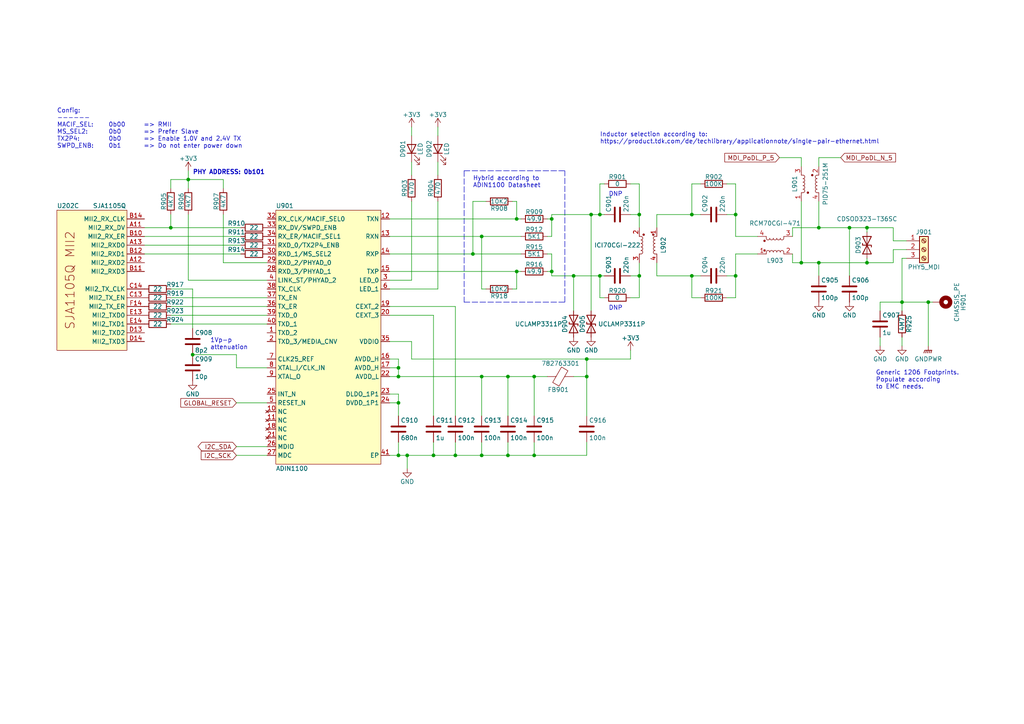
<source format=kicad_sch>
(kicad_sch (version 20211123) (generator eeschema)
  (paper "A4")
  (title_block (title "Open Hardware 10Base-T1L Switch") (date "2023-04-07") (rev "REV A") (company "Peter Heinrich") (comment 1 "Open Hardware License CERN-OHL-P v2") (comment 2 "https://github.com/peterheinrich/Open_10Base-T1L_Switch"))
  (lib_symbols
    (symbol "ADIN1100:ADIN1100"
      (property "Reference" "U" (at 0 1.27 0))
      (property "Value" "ADIN1100" (at 0 -74.93 0))
      (symbol "ADIN1100_1_1"
        (pin input line (at -2.54 -35.56 0) (length 2.54) (name "TXD_2") (number "1"))
        (pin no_connect line (at -2.54 -58.42 0) (length 2.54) (name "NC") (number "10"))
        (pin no_connect line (at -2.54 -60.96 0) (length 2.54) (name "NC") (number "11"))
        (pin bidirectional line (at 33.02 -2.54 180) (length 2.54) (name "TXN") (number "12"))
        (pin bidirectional line (at 33.02 -7.62 180) (length 2.54) (name "RXN") (number "13"))
        (pin bidirectional line (at 33.02 -12.7 180) (length 2.54) (name "RXP") (number "14"))
        (pin bidirectional line (at 33.02 -17.78 180) (length 2.54) (name "TXP") (number "15"))
        (pin power_in line (at 33.02 -43.18 180) (length 2.54) (name "AVDD_H") (number "16"))
        (pin power_in line (at 33.02 -45.72 180) (length 2.54) (name "AVDD_H") (number "17"))
        (pin no_connect line (at -2.54 -63.5 0) (length 2.54) (name "NC") (number "18"))
        (pin input line (at 33.02 -27.94 180) (length 2.54) (name "CEXT_2") (number "19"))
        (pin input line (at -2.54 -38.1 0) (length 2.54) (name "TXD_3/MEDIA_CNV") (number "2"))
        (pin input line (at 33.02 -30.48 180) (length 2.54) (name "CEXT_3") (number "20"))
        (pin no_connect line (at -2.54 -66.04 0) (length 2.54) (name "NC") (number "21"))
        (pin power_in line (at 33.02 -48.26 180) (length 2.54) (name "AVDD_L") (number "22"))
        (pin power_in line (at 33.02 -53.34 180) (length 2.54) (name "DLDO_1P1") (number "23"))
        (pin power_in line (at 33.02 -55.88 180) (length 2.54) (name "DVDD_1P1") (number "24"))
        (pin output line (at -2.54 -53.34 0) (length 2.54) (name "INT_N") (number "25"))
        (pin bidirectional line (at -2.54 -68.58 0) (length 2.54) (name "MDIO") (number "26"))
        (pin input line (at -2.54 -71.12 0) (length 2.54) (name "MDC") (number "27"))
        (pin output line (at -2.54 -17.78 0) (length 2.54) (name "RXD_3/PHYAD_1") (number "28"))
        (pin output line (at -2.54 -15.24 0) (length 2.54) (name "RXD_2/PHYAD_0") (number "29"))
        (pin output line (at 33.02 -20.32 180) (length 2.54) (name "LED_0") (number "3"))
        (pin output line (at -2.54 -12.7 0) (length 2.54) (name "RXD_1/MS_SEL2") (number "30"))
        (pin output line (at -2.54 -10.16 0) (length 2.54) (name "RXD_0/TX2P4_ENB") (number "31"))
        (pin output line (at -2.54 -2.54 0) (length 2.54) (name "RX_CLK/MACIF_SEL0") (number "32"))
        (pin output line (at -2.54 -5.08 0) (length 2.54) (name "RX_DV/SWPD_ENB") (number "33"))
        (pin output line (at -2.54 -7.62 0) (length 2.54) (name "RX_ER/MACIF_SEL1") (number "34"))
        (pin power_in line (at 33.02 -38.1 180) (length 2.54) (name "VDDIO") (number "35"))
        (pin input line (at -2.54 -27.94 0) (length 2.54) (name "TX_ER") (number "36"))
        (pin input line (at -2.54 -25.4 0) (length 2.54) (name "TX_EN") (number "37"))
        (pin output line (at -2.54 -22.86 0) (length 2.54) (name "TX_CLK") (number "38"))
        (pin input line (at -2.54 -30.48 0) (length 2.54) (name "TXD_0") (number "39"))
        (pin output line (at -2.54 -20.32 0) (length 2.54) (name "LINK_ST/PHYAD_2") (number "4"))
        (pin input line (at -2.54 -33.02 0) (length 2.54) (name "TXD_1") (number "40"))
        (pin power_in line (at 33.02 -71.12 180) (length 2.54) (name "EP") (number "41"))
        (pin input line (at -2.54 -55.88 0) (length 2.54) (name "RESET_N") (number "5"))
        (pin output line (at 33.02 -22.86 180) (length 2.54) (name "LED_1") (number "6"))
        (pin output line (at -2.54 -43.18 0) (length 2.54) (name "CLK25_REF") (number "7"))
        (pin input line (at -2.54 -45.72 0) (length 2.54) (name "XTAL_I/CLK_IN") (number "8"))
        (pin output line (at -2.54 -48.26 0) (length 2.54) (name "XTAL_O") (number "9"))
      )
    )
    (symbol "Connector:Screw_Terminal_01x03" (pin_names (offset 1.016) hide)
      (property "Reference" "J" (at 0 5.08 0))
      (property "Value" "Screw_Terminal_01x03" (at 0 -5.08 0))
      (symbol "Screw_Terminal_01x03_1_1"
        (pin passive line (at -5.08 2.54 0) (length 3.81) (name "Pin_1") (number "1"))
        (pin passive line (at -5.08 0 0) (length 3.81) (name "Pin_2") (number "2"))
        (pin passive line (at -5.08 -2.54 0) (length 3.81) (name "Pin_3") (number "3"))
      )
    )
    (symbol "Device:C" (pin_numbers hide) (pin_names (offset 0.254))
      (property "Reference" "C" (at 0.635 2.54 0))
      (property "Value" "C" (at 0.635 -2.54 0))
      (symbol "C_1_1"
        (pin passive line (at 0 3.81 270) (length 2.794) (name "~") (number "1"))
        (pin passive line (at 0 -3.81 90) (length 2.794) (name "~") (number "2"))
      )
    )
    (symbol "Device:D_TVS" (pin_numbers hide) (pin_names (offset 1.016) hide)
      (property "Reference" "D" (at 0 2.54 0))
      (property "Value" "D_TVS" (at 0 -2.54 0))
      (symbol "D_TVS_1_1"
        (pin passive line (at -3.81 0 0) (length 2.54) (name "A1") (number "1"))
        (pin passive line (at 3.81 0 180) (length 2.54) (name "A2") (number "2"))
      )
    )
    (symbol "Device:FerriteBead" (pin_numbers hide) (pin_names (offset 0))
      (property "Reference" "FB" (at -3.81 0.635 90))
      (property "Value" "FerriteBead" (at 3.81 0 90))
      (symbol "FerriteBead_1_1"
        (pin passive line (at 0 3.81 270) (length 2.54) (name "~") (number "1"))
        (pin passive line (at 0 -3.81 90) (length 2.54) (name "~") (number "2"))
      )
    )
    (symbol "Device:LED" (pin_numbers hide) (pin_names (offset 1.016) hide)
      (property "Reference" "D" (at 0 2.54 0))
      (property "Value" "LED" (at 0 -2.54 0))
      (symbol "LED_1_1"
        (pin passive line (at -3.81 0 0) (length 2.54) (name "K") (number "1"))
        (pin passive line (at 3.81 0 180) (length 2.54) (name "A") (number "2"))
      )
    )
    (symbol "Device:L_Coupled_1243" (pin_names (offset 0.254) hide)
      (property "Reference" "L" (at 0 4.445 0))
      (property "Value" "L_Coupled_1243" (at 0 -4.445 0))
      (symbol "L_Coupled_1243_1_1"
        (pin passive line (at -5.08 2.54 0) (length 2.54) (name "1") (number "1"))
        (pin passive line (at 5.08 2.54 180) (length 2.54) (name "2") (number "2"))
        (pin passive line (at 5.08 -2.54 180) (length 2.54) (name "3") (number "3"))
        (pin passive line (at -5.08 -2.54 0) (length 2.54) (name "4") (number "4"))
      )
    )
    (symbol "Device:L_Coupled_1423" (pin_names (offset 0.254) hide)
      (property "Reference" "L" (at 0 4.445 0))
      (property "Value" "L_Coupled_1423" (at 0 -4.445 0))
      (symbol "L_Coupled_1423_1_1"
        (pin passive line (at -5.08 2.54 0) (length 2.54) (name "1") (number "1"))
        (pin passive line (at -5.08 -2.54 0) (length 2.54) (name "2") (number "2"))
        (pin passive line (at 5.08 -2.54 180) (length 2.54) (name "3") (number "3"))
        (pin passive line (at 5.08 2.54 180) (length 2.54) (name "4") (number "4"))
      )
    )
    (symbol "Device:R" (pin_numbers hide) (pin_names (offset 0))
      (property "Reference" "R" (at 2.032 0 90))
      (property "Value" "R" (at 0 0 90))
      (symbol "R_1_1"
        (pin passive line (at 0 3.81 270) (length 1.27) (name "~") (number "1"))
        (pin passive line (at 0 -3.81 90) (length 1.27) (name "~") (number "2"))
      )
    )
    (symbol "L_differential_1324:L_Coupled_1324" (pin_names (offset 0.254) hide)
      (property "Reference" "L?" (at 0 4.445 0))
      (property "Value" "L_Coupled_1324" (at 0 -4.445 0))
      (symbol "L_Coupled_1324_1_1"
        (pin passive line (at -5.08 2.54 0) (length 2.54) (name "1") (number "1"))
        (pin passive line (at 5.08 -2.54 180) (length 2.54) (name "2") (number "2"))
        (pin passive line (at 5.08 2.54 180) (length 2.54) (name "3") (number "3"))
        (pin passive line (at -5.08 -2.54 0) (length 2.54) (name "4") (number "4"))
      )
    )
    (symbol "Mechanical:MountingHole_Pad" (pin_numbers hide) (pin_names (offset 1.016) hide)
      (property "Reference" "H" (at 0 6.35 0))
      (property "Value" "MountingHole_Pad" (at 0 4.445 0))
      (symbol "MountingHole_Pad_1_1"
        (pin input line (at 0 -2.54 90) (length 2.54) (name "1") (number "1"))
      )
    )
    (symbol "SJA1105Q:SJA1105Q"
      (property "Reference" "U" (at 0 1.27 0))
      (property "Value" "SJA1105Q" (at 15.24 1.27 0))
      (symbol "SJA1105Q_1_1"
        (text "SJA1105Q MII0" (at 3.81 -20.32 900) (effects (font (size 2.54 2.54))))
        (pin output line (at 25.4 -30.48 180) (length 5.08) (name "MII0_TXD0") (number "A2"))
        (pin output line (at 25.4 -27.94 180) (length 5.08) (name "MII0_TX_ER") (number "A3"))
        (pin output line (at 25.4 -33.02 180) (length 5.08) (name "MII0_TXD1") (number "B1"))
        (pin output line (at 25.4 -38.1 180) (length 5.08) (name "MII0_TXD3") (number "C1"))
        (pin output line (at 25.4 -35.56 180) (length 5.08) (name "MII0_TXD2") (number "C2"))
        (pin bidirectional line (at 25.4 -22.86 180) (length 5.08) (name "MII0_TX_CLK") (number "D1"))
        (pin output line (at 25.4 -25.4 180) (length 5.08) (name "MII0_TX_EN") (number "D2"))
        (pin input line (at 25.4 -10.16 180) (length 5.08) (name "MII0_RXD0") (number "E1"))
        (pin bidirectional line (at 25.4 -2.54 180) (length 5.08) (name "MII0_RX_CLK") (number "E2"))
        (pin input line (at 25.4 -15.24 180) (length 5.08) (name "MII0_RXD2") (number "F1"))
        (pin input line (at 25.4 -12.7 180) (length 5.08) (name "MII0_RXD1") (number "F2"))
        (pin input line (at 25.4 -5.08 180) (length 5.08) (name "MII0_RX_DV") (number "G1"))
        (pin input line (at 25.4 -17.78 180) (length 5.08) (name "MII0_RXD3") (number "G2"))
        (pin input line (at 25.4 -7.62 180) (length 5.08) (name "MII0_RX_ER") (number "H2"))
      )
      (symbol "SJA1105Q_2_1"
        (text "SJA1105Q MII1" (at 3.81 -20.32 900) (effects (font (size 2.54 2.54))))
        (pin output line (at 25.4 -27.94 180) (length 5.08) (name "MII1_TX_ER") (number "A10"))
        (pin input line (at 25.4 -5.08 180) (length 5.08) (name "MII1_RX_DV") (number "A4"))
        (pin input line (at 25.4 -15.24 180) (length 5.08) (name "MII1_RXD2") (number "A5"))
        (pin input line (at 25.4 -10.16 180) (length 5.08) (name "MII1_RXD0") (number "A6"))
        (pin bidirectional line (at 25.4 -22.86 180) (length 5.08) (name "MII1_TX_CLK") (number "A7"))
        (pin output line (at 25.4 -38.1 180) (length 5.08) (name "MII1_TXD3") (number "A8"))
        (pin output line (at 25.4 -33.02 180) (length 5.08) (name "MII1_TXD1") (number "A9"))
        (pin input line (at 25.4 -7.62 180) (length 5.08) (name "MII1_RX_ER") (number "B3"))
        (pin input line (at 25.4 -17.78 180) (length 5.08) (name "MII1_RXD3") (number "B4"))
        (pin input line (at 25.4 -12.7 180) (length 5.08) (name "MII1_RXD1") (number "B5"))
        (pin bidirectional line (at 25.4 -2.54 180) (length 5.08) (name "MII1_RX_CLK") (number "B6"))
        (pin output line (at 25.4 -25.4 180) (length 5.08) (name "MII1_TX_EN") (number "B7"))
        (pin output line (at 25.4 -35.56 180) (length 5.08) (name "MII1_TXD2") (number "B8"))
        (pin output line (at 25.4 -30.48 180) (length 5.08) (name "MII1_TXD0") (number "B9"))
      )
      (symbol "SJA1105Q_3_1"
        (text "SJA1105Q MII2" (at 3.81 -20.32 900) (effects (font (size 2.54 2.54))))
        (pin input line (at 25.4 -5.08 180) (length 5.08) (name "MII2_RX_DV") (number "A11"))
        (pin input line (at 25.4 -15.24 180) (length 5.08) (name "MII2_RXD2") (number "A12"))
        (pin input line (at 25.4 -10.16 180) (length 5.08) (name "MII2_RXD0") (number "A13"))
        (pin input line (at 25.4 -7.62 180) (length 5.08) (name "MII2_RX_ER") (number "B10"))
        (pin input line (at 25.4 -17.78 180) (length 5.08) (name "MII2_RXD3") (number "B11"))
        (pin input line (at 25.4 -12.7 180) (length 5.08) (name "MII2_RXD1") (number "B12"))
        (pin bidirectional line (at 25.4 -2.54 180) (length 5.08) (name "MII2_RX_CLK") (number "B14"))
        (pin output line (at 25.4 -25.4 180) (length 5.08) (name "MII2_TX_EN") (number "C13"))
        (pin bidirectional line (at 25.4 -22.86 180) (length 5.08) (name "MII2_TX_CLK") (number "C14"))
        (pin output line (at 25.4 -35.56 180) (length 5.08) (name "MII2_TXD2") (number "D13"))
        (pin output line (at 25.4 -38.1 180) (length 5.08) (name "MII2_TXD3") (number "D14"))
        (pin output line (at 25.4 -30.48 180) (length 5.08) (name "MII2_TXD0") (number "E13"))
        (pin output line (at 25.4 -33.02 180) (length 5.08) (name "MII2_TXD1") (number "E14"))
        (pin output line (at 25.4 -27.94 180) (length 5.08) (name "MII2_TX_ER") (number "F14"))
      )
      (symbol "SJA1105Q_4_1"
        (text "SJA1105Q MII3" (at 3.81 -20.32 900) (effects (font (size 2.54 2.54))))
        (pin input line (at 25.4 -7.62 180) (length 5.08) (name "MII3_RX_ER") (number "F13"))
        (pin input line (at 25.4 -17.78 180) (length 5.08) (name "MII3_RXD3") (number "G13"))
        (pin input line (at 25.4 -5.08 180) (length 5.08) (name "MII3_RX_DV") (number "G14"))
        (pin input line (at 25.4 -12.7 180) (length 5.08) (name "MII3_RXD1") (number "H13"))
        (pin input line (at 25.4 -15.24 180) (length 5.08) (name "MII3_RXD2") (number "H14"))
        (pin bidirectional line (at 25.4 -2.54 180) (length 5.08) (name "MII3_RX_CLK") (number "J13"))
        (pin input line (at 25.4 -10.16 180) (length 5.08) (name "MII3_RXD0") (number "J14"))
        (pin output line (at 25.4 -25.4 180) (length 5.08) (name "MII3_TX_EN") (number "K13"))
        (pin bidirectional line (at 25.4 -22.86 180) (length 5.08) (name "MII3_TX_CLK") (number "K14"))
        (pin output line (at 25.4 -35.56 180) (length 5.08) (name "MII3_TXD2") (number "L13"))
        (pin output line (at 25.4 -38.1 180) (length 5.08) (name "MII3_TXD3") (number "L14"))
        (pin output line (at 25.4 -30.48 180) (length 5.08) (name "MII3_TXD0") (number "M13"))
        (pin output line (at 25.4 -33.02 180) (length 5.08) (name "MII3_TXD1") (number "M14"))
        (pin output line (at 25.4 -27.94 180) (length 5.08) (name "MII3_TX_ER") (number "N14"))
      )
      (symbol "SJA1105Q_5_1"
        (text "SJA1105Q MII4" (at 3.81 -20.32 900) (effects (font (size 2.54 2.54))))
        (pin input line (at 25.4 -10.16 180) (length 5.08) (name "MII4_RXD0") (number "N10"))
        (pin input line (at 25.4 -15.24 180) (length 5.08) (name "MII4_RXD2") (number "N11"))
        (pin input line (at 25.4 -5.08 180) (length 5.08) (name "MII4_RX_DV") (number "N12"))
        (pin output line (at 25.4 -33.02 180) (length 5.08) (name "MII4_TXD1") (number "N7"))
        (pin output line (at 25.4 -38.1 180) (length 5.08) (name "MII4_TXD3") (number "N8"))
        (pin bidirectional line (at 25.4 -22.86 180) (length 5.08) (name "MII4_TX_CLK") (number "N9"))
        (pin bidirectional line (at 25.4 -2.54 180) (length 5.08) (name "MII4_RX_CLK") (number "P10"))
        (pin input line (at 25.4 -12.7 180) (length 5.08) (name "MII4_RXD1") (number "P11"))
        (pin input line (at 25.4 -17.78 180) (length 5.08) (name "MII4_RXD3") (number "P12"))
        (pin input line (at 25.4 -7.62 180) (length 5.08) (name "MII4_RX_ER") (number "P13"))
        (pin output line (at 25.4 -27.94 180) (length 5.08) (name "MII4_TX_ER") (number "P6"))
        (pin output line (at 25.4 -30.48 180) (length 5.08) (name "MII4_TXD0") (number "P7"))
        (pin output line (at 25.4 -35.56 180) (length 5.08) (name "MII4_TXD2") (number "P8"))
        (pin output line (at 25.4 -25.4 180) (length 5.08) (name "MII4_TX_EN") (number "P9"))
      )
      (symbol "SJA1105Q_6_1"
        (text "SJA1105Q CLK" (at 15.24 -17.78 900) (effects (font (size 2.54 2.54))))
        (pin output line (at -5.08 -2.54 0) (length 5.08) (name "CLK_OUT") (number "H1"))
        (pin input line (at -5.08 -20.32 0) (length 5.08) (name "OSC_IN") (number "K2"))
        (pin output line (at -5.08 -7.62 0) (length 5.08) (name "OSC_OUT") (number "L1"))
        (pin power_in line (at 33.02 -17.78 180) (length 5.08) (name "i.c.") (number "L4"))
        (pin input line (at 33.02 -2.54 180) (length 5.08) (name "TRST_N") (number "M1"))
        (pin input line (at 33.02 -10.16 180) (length 5.08) (name "TDI") (number "M2"))
        (pin input line (at 33.02 -12.7 180) (length 5.08) (name "TCK") (number "N1"))
        (pin output line (at 33.02 -7.62 180) (length 5.08) (name "TDO") (number "N3"))
        (pin bidirectional line (at -5.08 -33.02 0) (length 5.08) (name "PTP_CLK") (number "N4"))
        (pin input line (at 33.02 -25.4 180) (length 5.08) (name "SDI") (number "N5"))
        (pin input line (at 33.02 -30.48 180) (length 5.08) (name "SS_N") (number "N6"))
        (pin input line (at 33.02 -5.08 180) (length 5.08) (name "TMS") (number "P2"))
        (pin input line (at 33.02 -33.02 180) (length 5.08) (name "RST_N") (number "P3"))
        (pin output line (at 33.02 -27.94 180) (length 5.08) (name "SDO") (number "P4"))
        (pin input line (at 33.02 -22.86 180) (length 5.08) (name "SCK") (number "P5"))
      )
      (symbol "SJA1105Q_7_1"
        (text "SJA1105Q Power" (at 12.7 -48.26 900) (effects (font (size 2.54 2.54))))
        (pin power_in line (at -5.08 -2.54 0) (length 5.08) (name "VSS") (number "A1"))
        (pin power_in line (at 33.02 -88.9 180) (length 5.08) (name "VSS") (number "A14"))
        (pin power_in line (at 33.02 -83.82 180) (length 5.08) (name "VSS") (number "B13"))
        (pin power_in line (at 33.02 -48.26 180) (length 5.08) (name "VDDIO_MII2") (number "D10"))
        (pin power_in line (at 33.02 -50.8 180) (length 5.08) (name "VDDIO_MII2") (number "D11"))
        (pin power_in line (at 33.02 -33.02 180) (length 5.08) (name "VDDIO_MII0") (number "D4"))
        (pin power_in line (at 33.02 -40.64 180) (length 5.08) (name "VDDIO_MII1") (number "D5"))
        (pin power_in line (at 33.02 -7.62 180) (length 5.08) (name "VDD_CORE") (number "D6"))
        (pin power_in line (at 33.02 -43.18 180) (length 5.08) (name "VDDIO_MII1") (number "D7"))
        (pin power_in line (at 33.02 -45.72 180) (length 5.08) (name "VDDIO_MII1") (number "D8"))
        (pin power_in line (at 33.02 -12.7 180) (length 5.08) (name "VDD_CORE") (number "D9"))
        (pin power_in line (at -5.08 -91.44 0) (length 5.08) (name "VSS") (number "E10"))
        (pin power_in line (at 33.02 -53.34 180) (length 5.08) (name "VDDIO_MII2") (number "E11"))
        (pin power_in line (at 33.02 -35.56 180) (length 5.08) (name "VDDIO_MII0") (number "E4"))
        (pin power_in line (at -5.08 -12.7 0) (length 5.08) (name "VSS") (number "E5"))
        (pin power_in line (at -5.08 -27.94 0) (length 5.08) (name "VSS") (number "E6"))
        (pin power_in line (at -5.08 -43.18 0) (length 5.08) (name "VSS") (number "E7"))
        (pin power_in line (at -5.08 -60.96 0) (length 5.08) (name "VSS") (number "E8"))
        (pin power_in line (at -5.08 -76.2 0) (length 5.08) (name "VSS") (number "E9"))
        (pin power_in line (at -5.08 -93.98 0) (length 5.08) (name "VSS") (number "F10"))
        (pin power_in line (at 33.02 -17.78 180) (length 5.08) (name "VDD_CORE") (number "F11"))
        (pin power_in line (at 33.02 -2.54 180) (length 5.08) (name "VDD_CORE") (number "F4"))
        (pin power_in line (at -5.08 -15.24 0) (length 5.08) (name "VSS") (number "F5"))
        (pin power_in line (at -5.08 -30.48 0) (length 5.08) (name "VSS") (number "F6"))
        (pin power_in line (at -5.08 -45.72 0) (length 5.08) (name "VSS") (number "F7"))
        (pin power_in line (at -5.08 -63.5 0) (length 5.08) (name "VSS") (number "F8"))
        (pin power_in line (at -5.08 -78.74 0) (length 5.08) (name "VSS") (number "F9"))
        (pin power_in line (at -5.08 -96.52 0) (length 5.08) (name "VSS") (number "G10"))
        (pin power_in line (at 33.02 -55.88 180) (length 5.08) (name "VDDIO_MII3") (number "G11"))
        (pin power_in line (at 33.02 -38.1 180) (length 5.08) (name "VDDIO_MII0") (number "G4"))
        (pin power_in line (at -5.08 -17.78 0) (length 5.08) (name "VSS") (number "G5"))
        (pin power_in line (at -5.08 -33.02 0) (length 5.08) (name "VSS") (number "G6"))
        (pin power_in line (at -5.08 -48.26 0) (length 5.08) (name "VSS") (number "G7"))
        (pin power_in line (at -5.08 -66.04 0) (length 5.08) (name "VSS") (number "G8"))
        (pin power_in line (at -5.08 -81.28 0) (length 5.08) (name "VSS") (number "G9"))
        (pin power_in line (at 33.02 -76.2 180) (length 5.08) (name "VSS") (number "H10"))
        (pin power_in line (at 33.02 -58.42 180) (length 5.08) (name "VDDIO_MII3") (number "H11"))
        (pin power_in line (at 33.02 -27.94 180) (length 5.08) (name "VDDIO_CLO") (number "H4"))
        (pin power_in line (at -5.08 -20.32 0) (length 5.08) (name "VSS") (number "H5"))
        (pin power_in line (at -5.08 -35.56 0) (length 5.08) (name "VSS") (number "H6"))
        (pin power_in line (at -5.08 -50.8 0) (length 5.08) (name "VSS") (number "H7"))
        (pin power_in line (at -5.08 -68.58 0) (length 5.08) (name "VSS") (number "H8"))
        (pin power_in line (at -5.08 -83.82 0) (length 5.08) (name "VSS") (number "H9"))
        (pin power_in line (at 33.02 -25.4 180) (length 5.08) (name "VDDA_PLL") (number "J1"))
        (pin power_in line (at 33.02 -78.74 180) (length 5.08) (name "VSS") (number "J10"))
        (pin power_in line (at 33.02 -20.32 180) (length 5.08) (name "VDD_CORE") (number "J11"))
        (pin power_in line (at 33.02 -96.52 180) (length 5.08) (name "VSSA_PLL") (number "J2"))
        (pin power_in line (at 33.02 -5.08 180) (length 5.08) (name "VDD_CORE") (number "J4"))
        (pin power_in line (at -5.08 -22.86 0) (length 5.08) (name "VSS") (number "J5"))
        (pin power_in line (at -5.08 -38.1 0) (length 5.08) (name "VSS") (number "J6"))
        (pin power_in line (at -5.08 -53.34 0) (length 5.08) (name "VSS") (number "J7"))
        (pin power_in line (at -5.08 -71.12 0) (length 5.08) (name "VSS") (number "J8"))
        (pin power_in line (at -5.08 -86.36 0) (length 5.08) (name "VSS") (number "J9"))
        (pin power_in line (at 33.02 -22.86 180) (length 5.08) (name "VDDA_OSC") (number "K1"))
        (pin power_in line (at 33.02 -81.28 180) (length 5.08) (name "VSS") (number "K10"))
        (pin power_in line (at 33.02 -60.96 180) (length 5.08) (name "VDDIO_MII3") (number "K11"))
        (pin power_in line (at -5.08 -10.16 0) (length 5.08) (name "VSS") (number "K4"))
        (pin power_in line (at -5.08 -25.4 0) (length 5.08) (name "VSS") (number "K5"))
        (pin power_in line (at -5.08 -40.64 0) (length 5.08) (name "VSS") (number "K6"))
        (pin power_in line (at -5.08 -55.88 0) (length 5.08) (name "VSS") (number "K7"))
        (pin power_in line (at -5.08 -73.66 0) (length 5.08) (name "VSS") (number "K8"))
        (pin power_in line (at -5.08 -88.9 0) (length 5.08) (name "VSS") (number "K9"))
        (pin power_in line (at 33.02 -66.04 180) (length 5.08) (name "VDDIO_MII4") (number "L10"))
        (pin power_in line (at 33.02 -68.58 180) (length 5.08) (name "VDDIO_MII4") (number "L11"))
        (pin power_in line (at 33.02 -93.98 180) (length 5.08) (name "VSSA_OSC") (number "L2"))
        (pin power_in line (at 33.02 -30.48 180) (length 5.08) (name "VDDIO_HOST") (number "L5"))
        (pin power_in line (at 33.02 -10.16 180) (length 5.08) (name "VDD_CORE") (number "L6"))
        (pin power_in line (at -5.08 -58.42 0) (length 5.08) (name "VSS") (number "L7"))
        (pin power_in line (at 33.02 -63.5 180) (length 5.08) (name "VDDIO_MII4") (number "L8"))
        (pin power_in line (at 33.02 -15.24 180) (length 5.08) (name "VDD_CORE") (number "L9"))
        (pin power_in line (at 33.02 -86.36 180) (length 5.08) (name "VSS") (number "N13"))
        (pin power_in line (at -5.08 -7.62 0) (length 5.08) (name "VSS") (number "N2"))
        (pin power_in line (at -5.08 -5.08 0) (length 5.08) (name "VSS") (number "P1"))
        (pin power_in line (at 33.02 -91.44 180) (length 5.08) (name "VSS") (number "P14"))
      )
    )
    (symbol "power:+3V3" (power) (pin_names (offset 0))
      (property "Value" "+3V3" (at 0 3.556 0))
      (symbol "+3V3_1_1"
        (pin power_in line (at 0 0 90) (length 0) hide (name "+3V3") (number "1"))
      )
    )
    (symbol "power:GND" (power) (pin_names (offset 0))
      (property "Value" "GND" (at 0 -3.81 0))
      (symbol "GND_1_1"
        (pin power_in line (at 0 0 270) (length 0) hide (name "GND") (number "1"))
      )
    )
    (symbol "power:GNDPWR" (power) (pin_names (offset 0))
      (property "Value" "GNDPWR" (at 0 -3.302 0))
      (symbol "GNDPWR_1_1"
        (pin power_in line (at 0 0 270) (length 0) hide (name "GNDPWR") (number "1"))
      )
    )
  )
  (junction (at 170.18 109.22))
  (junction (at 139.7 132.08))
  (junction (at 115.57 109.22))
  (junction (at 166.37 80.01))
  (junction (at 269.24 87.63))
  (junction (at 154.94 132.08))
  (junction (at 139.7 109.22))
  (junction (at 118.11 132.08))
  (junction (at 115.57 132.08))
  (junction (at 170.18 104.14))
  (junction (at 115.57 116.84))
  (junction (at 185.42 62.23))
  (junction (at 149.86 63.5))
  (junction (at 54.61 52.07))
  (junction (at 55.88 102.87))
  (junction (at 49.53 66.04))
  (junction (at 139.7 68.58))
  (junction (at 213.36 62.23))
  (junction (at 125.73 132.08))
  (junction (at 137.16 73.66))
  (junction (at 200.66 80.01))
  (junction (at 251.46 76.2))
  (junction (at 171.45 62.23))
  (junction (at 185.42 80.01))
  (junction (at 154.94 109.22))
  (junction (at 147.32 109.22))
  (junction (at 147.32 132.08))
  (junction (at 261.62 87.63))
  (junction (at 160.02 78.74))
  (junction (at 237.49 76.2))
  (junction (at 200.66 62.23))
  (junction (at 251.46 66.04))
  (junction (at 213.36 80.01))
  (junction (at 149.86 78.74))
  (junction (at 173.99 80.01))
  (junction (at 115.57 106.68))
  (junction (at 246.38 66.04))
  (junction (at 237.49 66.04))
  (junction (at 132.08 132.08))
  (junction (at 160.02 63.5))
  (junction (at 232.41 76.2))
  (junction (at 173.99 62.23))
  (wire (pts (xy 147.32 120.65) (xy 147.32 109.22)))
  (wire (pts (xy 166.37 80.01) (xy 166.37 90.17)))
  (wire (pts (xy 170.18 104.14) (xy 170.18 109.22)))
  (wire (pts (xy 170.18 109.22) (xy 166.37 109.22)))
  (wire (pts (xy 269.24 87.63) (xy 261.62 87.63)))
  (wire (pts (xy 213.36 86.36) (xy 213.36 80.01)))
  (wire (pts (xy 139.7 68.58) (xy 151.13 68.58)))
  (wire (pts (xy 175.26 80.01) (xy 173.99 80.01)))
  (wire (pts (xy 200.66 80.01) (xy 203.2 80.01)))
  (wire (pts (xy 170.18 109.22) (xy 170.18 120.65)))
  (wire (pts (xy 148.59 58.42) (xy 149.86 58.42)))
  (wire (pts (xy 68.58 116.84) (xy 77.47 116.84)))
  (wire (pts (xy 49.53 83.82) (xy 55.88 83.82)))
  (wire (pts (xy 127 83.82) (xy 127 58.42)))
  (wire (pts (xy 113.03 106.68) (xy 115.57 106.68)))
  (wire (pts (xy 132.08 88.9) (xy 132.08 120.65)))
  (wire (pts (xy 125.73 120.65) (xy 125.73 91.44)))
  (wire (pts (xy 113.03 78.74) (xy 149.86 78.74)))
  (wire (pts (xy 115.57 116.84) (xy 115.57 120.65)))
  (wire (pts (xy 160.02 80.01) (xy 160.02 78.74)))
  (wire (pts (xy 154.94 109.22) (xy 158.75 109.22)))
  (wire (pts (xy 237.49 45.72) (xy 243.84 45.72)))
  (wire (pts (xy 125.73 91.44) (xy 113.03 91.44)))
  (wire (pts (xy 115.57 116.84) (xy 113.03 116.84)))
  (wire (pts (xy 119.38 36.83) (xy 119.38 39.37)))
  (wire (pts (xy 226.06 45.72) (xy 232.41 45.72)))
  (wire (pts (xy 232.41 76.2) (xy 237.49 76.2)))
  (wire (pts (xy 54.61 49.53) (xy 54.61 52.07)))
  (wire (pts (xy 140.97 83.82) (xy 139.7 83.82)))
  (wire (pts (xy 173.99 80.01) (xy 166.37 80.01)))
  (wire (pts (xy 41.91 73.66) (xy 69.85 73.66)))
  (wire (pts (xy 170.18 104.14) (xy 182.88 104.14)))
  (wire (pts (xy 213.36 73.66) (xy 213.36 80.01)))
  (wire (pts (xy 270.51 87.63) (xy 269.24 87.63)))
  (wire (pts (xy 139.7 132.08) (xy 139.7 128.27)))
  (wire (pts (xy 139.7 132.08) (xy 147.32 132.08)))
  (wire (pts (xy 213.36 62.23) (xy 213.36 68.58)))
  (wire (pts (xy 160.02 62.23) (xy 171.45 62.23)))
  (wire (pts (xy 219.71 68.58) (xy 213.36 68.58)))
  (wire (pts (xy 259.08 72.39) (xy 259.08 76.2)))
  (wire (pts (xy 113.03 63.5) (xy 149.86 63.5)))
  (wire (pts (xy 113.03 73.66) (xy 137.16 73.66)))
  (wire (pts (xy 237.49 66.04) (xy 246.38 66.04)))
  (wire (pts (xy 200.66 53.34) (xy 200.66 62.23)))
  (wire (pts (xy 190.5 80.01) (xy 200.66 80.01)))
  (wire (pts (xy 68.58 129.54) (xy 77.47 129.54)))
  (wire (pts (xy 158.75 68.58) (xy 160.02 68.58)))
  (wire (pts (xy 261.62 87.63) (xy 261.62 74.93)))
  (wire (pts (xy 149.86 78.74) (xy 149.86 83.82)))
  (polyline (pts (xy 134.62 49.53) (xy 134.62 87.63)))
  (wire (pts (xy 203.2 53.34) (xy 200.66 53.34)))
  (wire (pts (xy 77.47 76.2) (xy 64.77 76.2)))
  (wire (pts (xy 229.87 76.2) (xy 232.41 76.2)))
  (wire (pts (xy 261.62 87.63) (xy 255.27 87.63)))
  (wire (pts (xy 255.27 97.79) (xy 255.27 100.33)))
  (wire (pts (xy 158.75 63.5) (xy 160.02 63.5)))
  (wire (pts (xy 125.73 132.08) (xy 125.73 128.27)))
  (wire (pts (xy 203.2 86.36) (xy 200.66 86.36)))
  (wire (pts (xy 68.58 132.08) (xy 77.47 132.08)))
  (wire (pts (xy 64.77 76.2) (xy 64.77 62.23)))
  (wire (pts (xy 251.46 66.04) (xy 259.08 66.04)))
  (wire (pts (xy 49.53 66.04) (xy 69.85 66.04)))
  (wire (pts (xy 182.88 86.36) (xy 185.42 86.36)))
  (wire (pts (xy 185.42 86.36) (xy 185.42 80.01)))
  (wire (pts (xy 119.38 46.99) (xy 119.38 50.8)))
  (wire (pts (xy 115.57 106.68) (xy 115.57 109.22)))
  (wire (pts (xy 158.75 78.74) (xy 160.02 78.74)))
  (wire (pts (xy 170.18 132.08) (xy 170.18 128.27)))
  (wire (pts (xy 261.62 74.93) (xy 262.89 74.93)))
  (wire (pts (xy 158.75 73.66) (xy 160.02 73.66)))
  (wire (pts (xy 77.47 81.28) (xy 54.61 81.28)))
  (wire (pts (xy 119.38 81.28) (xy 113.03 81.28)))
  (wire (pts (xy 68.58 106.68) (xy 77.47 106.68)))
  (wire (pts (xy 115.57 104.14) (xy 115.57 106.68)))
  (wire (pts (xy 55.88 102.87) (xy 68.58 102.87)))
  (wire (pts (xy 41.91 68.58) (xy 69.85 68.58)))
  (wire (pts (xy 154.94 132.08) (xy 154.94 128.27)))
  (wire (pts (xy 190.5 62.23) (xy 200.66 62.23)))
  (wire (pts (xy 41.91 66.04) (xy 49.53 66.04)))
  (wire (pts (xy 49.53 91.44) (xy 77.47 91.44)))
  (wire (pts (xy 49.53 86.36) (xy 77.47 86.36)))
  (wire (pts (xy 259.08 69.85) (xy 259.08 66.04)))
  (wire (pts (xy 147.32 109.22) (xy 139.7 109.22)))
  (wire (pts (xy 251.46 76.2) (xy 259.08 76.2)))
  (wire (pts (xy 113.03 114.3) (xy 115.57 114.3)))
  (wire (pts (xy 173.99 62.23) (xy 175.26 62.23)))
  (wire (pts (xy 246.38 66.04) (xy 251.46 66.04)))
  (wire (pts (xy 160.02 78.74) (xy 160.02 73.66)))
  (wire (pts (xy 149.86 78.74) (xy 151.13 78.74)))
  (wire (pts (xy 113.03 88.9) (xy 132.08 88.9)))
  (wire (pts (xy 115.57 128.27) (xy 115.57 132.08)))
  (wire (pts (xy 210.82 53.34) (xy 213.36 53.34)))
  (wire (pts (xy 139.7 68.58) (xy 139.7 83.82)))
  (wire (pts (xy 154.94 120.65) (xy 154.94 109.22)))
  (wire (pts (xy 115.57 109.22) (xy 113.03 109.22)))
  (polyline (pts (xy 134.62 87.63) (xy 163.83 87.63)))
  (polyline (pts (xy 163.83 87.63) (xy 163.83 49.53)))
  (wire (pts (xy 49.53 52.07) (xy 54.61 52.07)))
  (wire (pts (xy 237.49 58.42) (xy 237.49 66.04)))
  (wire (pts (xy 132.08 132.08) (xy 125.73 132.08)))
  (wire (pts (xy 115.57 132.08) (xy 118.11 132.08)))
  (wire (pts (xy 200.66 62.23) (xy 203.2 62.23)))
  (wire (pts (xy 190.5 62.23) (xy 190.5 66.04)))
  (wire (pts (xy 49.53 88.9) (xy 77.47 88.9)))
  (wire (pts (xy 137.16 73.66) (xy 151.13 73.66)))
  (wire (pts (xy 113.03 104.14) (xy 115.57 104.14)))
  (wire (pts (xy 261.62 97.79) (xy 261.62 100.33)))
  (wire (pts (xy 115.57 114.3) (xy 115.57 116.84)))
  (wire (pts (xy 229.87 66.04) (xy 229.87 68.58)))
  (wire (pts (xy 210.82 86.36) (xy 213.36 86.36)))
  (wire (pts (xy 49.53 62.23) (xy 49.53 66.04)))
  (wire (pts (xy 154.94 132.08) (xy 170.18 132.08)))
  (wire (pts (xy 55.88 83.82) (xy 55.88 95.25)))
  (wire (pts (xy 147.32 132.08) (xy 154.94 132.08)))
  (wire (pts (xy 182.88 80.01) (xy 185.42 80.01)))
  (wire (pts (xy 118.11 132.08) (xy 125.73 132.08)))
  (wire (pts (xy 118.11 132.08) (xy 118.11 135.89)))
  (wire (pts (xy 237.49 76.2) (xy 251.46 76.2)))
  (wire (pts (xy 113.03 99.06) (xy 119.38 99.06)))
  (wire (pts (xy 182.88 62.23) (xy 185.42 62.23)))
  (wire (pts (xy 185.42 62.23) (xy 185.42 66.04)))
  (wire (pts (xy 171.45 62.23) (xy 171.45 90.17)))
  (wire (pts (xy 262.89 72.39) (xy 259.08 72.39)))
  (wire (pts (xy 160.02 62.23) (xy 160.02 63.5)))
  (wire (pts (xy 113.03 132.08) (xy 115.57 132.08)))
  (wire (pts (xy 261.62 87.63) (xy 261.62 90.17)))
  (wire (pts (xy 154.94 109.22) (xy 147.32 109.22)))
  (wire (pts (xy 269.24 87.63) (xy 269.24 100.33)))
  (wire (pts (xy 119.38 104.14) (xy 170.18 104.14)))
  (wire (pts (xy 132.08 132.08) (xy 139.7 132.08)))
  (wire (pts (xy 139.7 109.22) (xy 115.57 109.22)))
  (polyline (pts (xy 134.62 49.53) (xy 163.83 49.53)))
  (wire (pts (xy 175.26 53.34) (xy 173.99 53.34)))
  (wire (pts (xy 137.16 58.42) (xy 137.16 73.66)))
  (wire (pts (xy 160.02 63.5) (xy 160.02 68.58)))
  (wire (pts (xy 213.36 53.34) (xy 213.36 62.23)))
  (wire (pts (xy 173.99 86.36) (xy 173.99 80.01)))
  (wire (pts (xy 127 36.83) (xy 127 39.37)))
  (wire (pts (xy 213.36 80.01) (xy 210.82 80.01)))
  (wire (pts (xy 175.26 86.36) (xy 173.99 86.36)))
  (wire (pts (xy 190.5 80.01) (xy 190.5 76.2)))
  (wire (pts (xy 185.42 53.34) (xy 185.42 62.23)))
  (wire (pts (xy 127 46.99) (xy 127 50.8)))
  (wire (pts (xy 139.7 120.65) (xy 139.7 109.22)))
  (wire (pts (xy 119.38 58.42) (xy 119.38 81.28)))
  (wire (pts (xy 229.87 76.2) (xy 229.87 73.66)))
  (wire (pts (xy 251.46 66.04) (xy 251.46 67.31)))
  (wire (pts (xy 185.42 80.01) (xy 185.42 76.2)))
  (wire (pts (xy 182.88 53.34) (xy 185.42 53.34)))
  (wire (pts (xy 171.45 62.23) (xy 173.99 62.23)))
  (wire (pts (xy 147.32 132.08) (xy 147.32 128.27)))
  (wire (pts (xy 232.41 45.72) (xy 232.41 48.26)))
  (wire (pts (xy 54.61 81.28) (xy 54.61 62.23)))
  (wire (pts (xy 182.88 104.14) (xy 182.88 101.6)))
  (wire (pts (xy 49.53 54.61) (xy 49.53 52.07)))
  (wire (pts (xy 237.49 48.26) (xy 237.49 45.72)))
  (wire (pts (xy 255.27 87.63) (xy 255.27 90.17)))
  (wire (pts (xy 119.38 99.06) (xy 119.38 104.14)))
  (wire (pts (xy 229.87 66.04) (xy 237.49 66.04)))
  (wire (pts (xy 246.38 66.04) (xy 246.38 80.01)))
  (wire (pts (xy 160.02 80.01) (xy 166.37 80.01)))
  (wire (pts (xy 262.89 69.85) (xy 259.08 69.85)))
  (wire (pts (xy 140.97 58.42) (xy 137.16 58.42)))
  (wire (pts (xy 237.49 76.2) (xy 237.49 80.01)))
  (wire (pts (xy 113.03 68.58) (xy 139.7 68.58)))
  (wire (pts (xy 219.71 73.66) (xy 213.36 73.66)))
  (wire (pts (xy 200.66 86.36) (xy 200.66 80.01)))
  (wire (pts (xy 64.77 52.07) (xy 64.77 54.61)))
  (wire (pts (xy 132.08 128.27) (xy 132.08 132.08)))
  (wire (pts (xy 251.46 74.93) (xy 251.46 76.2)))
  (wire (pts (xy 148.59 83.82) (xy 149.86 83.82)))
  (wire (pts (xy 49.53 93.98) (xy 77.47 93.98)))
  (wire (pts (xy 54.61 54.61) (xy 54.61 52.07)))
  (wire (pts (xy 149.86 63.5) (xy 151.13 63.5)))
  (wire (pts (xy 173.99 53.34) (xy 173.99 62.23)))
  (wire (pts (xy 210.82 62.23) (xy 213.36 62.23)))
  (wire (pts (xy 41.91 71.12) (xy 69.85 71.12)))
  (wire (pts (xy 149.86 58.42) (xy 149.86 63.5)))
  (wire (pts (xy 68.58 102.87) (xy 68.58 106.68)))
  (wire (pts (xy 54.61 52.07) (xy 64.77 52.07)))
  (wire (pts (xy 232.41 58.42) (xy 232.41 76.2)))
  (wire (pts (xy 113.03 83.82) (xy 127 83.82)))
  (text "Config:\n------\nMACIF_SEL: 	0b00 	=> RMII\nMS_SEL2: 	0b0 	=> Prefer Slave\nTX2P4: 		0b0 	=> Enable 1.0V and 2.4V TX\nSWPD_ENB: 	0b1 	=> Do not enter power down" (at 16.51 43.18 0) (effects (font (size 1.27 1.27)) (justify left bottom)))
  (text "DNP" (at 176.53 57.15 0) (effects (font (size 1.27 1.27)) (justify left bottom)))
  (text "Generic 1206 Footprints.\nPopulate according \nto EMC needs." (at 254 113.03 0) (effects (font (size 1.27 1.27)) (justify left bottom)))
  (text "DNP" (at 176.53 90.17 0) (effects (font (size 1.27 1.27)) (justify left bottom)))
  (text "Hybrid according to\nADIN1100 Datasheet" (at 137.16 54.61 0) (effects (font (size 1.27 1.27)) (justify left bottom)))
  (text "1Vp-p\nattenuation" (at 60.96 101.6 0) (effects (font (size 1.27 1.27)) (justify left bottom)))
  (text "PHY ADDRESS: 0b101" (at 55.88 50.8 0) (effects (font (size 1.27 1.27) bold) (justify left bottom)))
  (text "Inductor selection according to:\nhttps://product.tdk.com/de/techlibrary/applicationnote/single-pair-ethernet.html" (at 173.99 41.91 0) (effects (font (size 1.27 1.27)) (justify left bottom)))
  (global_label "MDI_PoDL_P_5" (shape input) (at 226.06 45.72 180) (property "Intersheet References" "${INTERSHEET_REFS}" (effects hide)))
  (global_label "I2C_SDA" (shape bidirectional) (at 68.58 129.54 180) (property "Intersheet References" "${INTERSHEET_REFS}" (effects hide)))
  (global_label "MDI_PoDL_N_5" (shape input) (at 243.84 45.72 0) (property "Intersheet References" "${INTERSHEET_REFS}" (effects hide)))
  (global_label "GLOBAL_RESET" (shape input) (at 68.58 116.84 180) (property "Intersheet References" "${INTERSHEET_REFS}" (effects hide)))
  (global_label "I2C_SCK" (shape input) (at 68.58 132.08 180) (property "Intersheet References" "${INTERSHEET_REFS}" (effects hide)))
  (symbol (lib_id "Mechanical:MountingHole_Pad") (at 273.05 87.63 270) (unit 1)
    (property "Reference" "H901" (at 279.4 87.63 0))
    (property "Value" "CHASSIS_PE" (at 277.495 87.63 0))
    (property "Footprint" "MountingHole:MountingHole_3.2mm_M3_Pad_Via" (effects hide))
  )
  (symbol (lib_id "Device:R") (at 154.94 68.58 90) (unit 1)
    (property "Reference" "R912" (at 154.94 66.548 90))
    (property "Value" "5K1" (at 154.94 68.58 90))
    (property "Footprint" "Resistor_SMD:R_0603_1608Metric" (effects hide))
  )
  (symbol (lib_id "Device:R") (at 45.72 88.9 90) (unit 1)
    (property "Reference" "R922" (at 50.8 87.63 90))
    (property "Value" "22" (at 45.72 88.9 90))
    (property "Footprint" "Resistor_SMD:R_0603_1608Metric" (effects hide))
  )
  (symbol (lib_id "Device:C") (at 246.38 83.82 0) (unit 1)
    (property "Reference" "C906" (at 247.015 81.28 0) (effects (justify left)))
    (property "Value" "100p" (at 247.015 86.36 0) (effects (justify left)))
    (property "Footprint" "Capacitor_SMD:C_0805_2012Metric" (effects hide))
  )
  (symbol (lib_id "power:GND") (at 255.27 100.33 0) (unit 1)
    (property "Reference" "#PWR0908" (effects hide))
    (property "Value" "GND" (at 255.27 104.14 0))
  )
  (symbol (lib_id "Device:R") (at 207.01 86.36 90) (unit 1)
    (property "Reference" "R921" (at 207.01 84.328 90))
    (property "Value" "100K" (at 207.01 86.36 90))
    (property "Footprint" "Resistor_SMD:R_0805_2012Metric" (effects hide))
  )
  (symbol (lib_id "power:GND") (at 166.37 97.79 0) (unit 1)
    (property "Reference" "#PWR0906" (effects hide))
    (property "Value" "GND" (at 166.37 101.6 0))
  )
  (symbol (lib_id "Device:D_TVS") (at 171.45 93.98 90) (unit 1)
    (property "Reference" "D905" (at 168.91 93.98 0))
    (property "Value" "UCLAMP3311P" (at 180.34 93.98 90))
    (property "Footprint" "UCLAMP3311P:SLP1006P2" (effects hide))
  )
  (symbol (lib_id "Device:C") (at 179.07 80.01 90) (unit 1)
    (property "Reference" "C903" (at 176.53 79.375 0) (effects (justify left)))
    (property "Value" "220n" (at 181.61 79.375 0) (effects (justify left)))
    (property "Footprint" "Capacitor_SMD:C_0805_2012Metric" (effects hide))
  )
  (symbol (lib_id "Device:R") (at 54.61 58.42 180) (unit 1)
    (property "Reference" "R906" (at 52.578 58.42 90))
    (property "Value" "4K7" (at 54.61 58.42 90))
    (property "Footprint" "Resistor_SMD:R_0603_1608Metric" (effects hide))
  )
  (symbol (lib_id "Device:R") (at 64.77 58.42 180) (unit 1)
    (property "Reference" "R907" (at 62.738 58.42 90))
    (property "Value" "4K7" (at 64.77 58.42 90))
    (property "Footprint" "Resistor_SMD:R_0603_1608Metric" (effects hide))
  )
  (symbol (lib_id "power:GND") (at 171.45 97.79 0) (unit 1)
    (property "Reference" "#PWR0907" (effects hide))
    (property "Value" "GND" (at 171.45 101.6 0))
  )
  (symbol (lib_id "Device:C") (at 207.01 80.01 90) (unit 1)
    (property "Reference" "C904" (at 204.47 79.375 0) (effects (justify left)))
    (property "Value" "220n" (at 209.55 79.375 0) (effects (justify left)))
    (property "Footprint" "Capacitor_SMD:C_0805_2012Metric" (effects hide))
  )
  (symbol (lib_id "Device:R") (at 45.72 93.98 90) (unit 1)
    (property "Reference" "R924" (at 50.8 92.71 90))
    (property "Value" "22" (at 45.72 93.98 90))
    (property "Footprint" "Resistor_SMD:R_0603_1608Metric" (effects hide))
  )
  (symbol (lib_id "Device:C") (at 132.08 124.46 0) (unit 1)
    (property "Reference" "C912" (at 132.715 121.92 0) (effects (justify left)))
    (property "Value" "100n" (at 132.715 127 0) (effects (justify left)))
    (property "Footprint" "Capacitor_SMD:C_0603_1608Metric" (effects hide))
  )
  (symbol (lib_id "SJA1105Q:SJA1105Q") (at 16.51 60.96 0) (unit 3)
    (property "Reference" "U202" (at 16.51 59.69 0) (effects (justify left)))
    (property "Value" "SJA1105Q" (at 31.75 59.69 0))
    (property "Footprint" "SJA1105Q:LFBGA_12x12mm_P0.8mm" (effects hide))
    (property "Datasheet" "https://www.nxp.com/docs/en/data-sheet/SJA1105PQRS.pdf" (effects hide))
  )
  (symbol (lib_id "Device:R") (at 127 54.61 180) (unit 1)
    (property "Reference" "R904" (at 124.968 54.61 90))
    (property "Value" "470" (at 127 54.61 90))
    (property "Footprint" "Resistor_SMD:R_0603_1608Metric" (effects hide))
  )
  (symbol (lib_id "power:+3V3") (at 182.88 101.6 0) (unit 1)
    (property "Reference" "#PWR0911" (effects hide))
    (property "Value" "+3V3" (at 182.88 98.044 0))
  )
  (symbol (lib_id "Device:C") (at 125.73 124.46 0) (unit 1)
    (property "Reference" "C911" (at 126.365 121.92 0) (effects (justify left)))
    (property "Value" "1u" (at 126.365 127 0) (effects (justify left)))
    (property "Footprint" "Capacitor_SMD:C_0603_1608Metric" (effects hide))
  )
  (symbol (lib_id "Device:R") (at 73.66 73.66 90) (unit 1)
    (property "Reference" "R914" (at 68.58 72.39 90))
    (property "Value" "22" (at 73.66 73.66 90))
    (property "Footprint" "Resistor_SMD:R_0603_1608Metric" (effects hide))
  )
  (symbol (lib_id "Device:C") (at 154.94 124.46 0) (unit 1)
    (property "Reference" "C915" (at 155.575 121.92 0) (effects (justify left)))
    (property "Value" "100n" (at 155.575 127 0) (effects (justify left)))
    (property "Footprint" "Capacitor_SMD:C_0603_1608Metric" (effects hide))
  )
  (symbol (lib_id "power:GND") (at 261.62 100.33 0) (unit 1)
    (property "Reference" "#PWR0909" (effects hide))
    (property "Value" "GND" (at 261.62 104.14 0))
  )
  (symbol (lib_id "Device:R") (at 73.66 66.04 90) (unit 1)
    (property "Reference" "R910" (at 68.58 64.77 90))
    (property "Value" "22" (at 73.66 66.04 90))
    (property "Footprint" "Resistor_SMD:R_0603_1608Metric" (effects hide))
  )
  (symbol (lib_id "Device:R") (at 73.66 68.58 90) (unit 1)
    (property "Reference" "R911" (at 68.58 67.31 90))
    (property "Value" "22" (at 73.66 68.58 90))
    (property "Footprint" "Resistor_SMD:R_0603_1608Metric" (effects hide))
  )
  (symbol (lib_id "power:GND") (at 55.88 110.49 0) (unit 1)
    (property "Reference" "#PWR0912" (effects hide))
    (property "Value" "GND" (at 55.88 114.3 0))
  )
  (symbol (lib_id "Device:C") (at 179.07 62.23 90) (unit 1)
    (property "Reference" "C901" (at 176.53 61.595 0) (effects (justify left)))
    (property "Value" "220n" (at 181.61 61.595 0) (effects (justify left)))
    (property "Footprint" "Capacitor_SMD:C_0805_2012Metric" (effects hide))
  )
  (symbol (lib_id "Device:L_Coupled_1243") (at 224.79 71.12 0) (mirror x) (unit 1)
    (property "Reference" "L903" (at 224.79 75.565 0))
    (property "Value" "RCM70CGI-471" (at 224.79 64.77 0))
    (property "Footprint" "ICI70CGI:ICI70CGI" (effects hide))
  )
  (symbol (lib_id "Device:R") (at 45.72 91.44 90) (unit 1)
    (property "Reference" "R923" (at 50.8 90.17 90))
    (property "Value" "22" (at 45.72 91.44 90))
    (property "Footprint" "Resistor_SMD:R_0603_1608Metric" (effects hide))
  )
  (symbol (lib_id "Device:D_TVS") (at 251.46 71.12 90) (unit 1)
    (property "Reference" "D903" (at 248.92 71.12 0))
    (property "Value" "CDSOD323-T36SC" (at 251.46 63.5 90))
    (property "Footprint" "Diode_SMD:D_SOD-323" (effects hide))
  )
  (symbol (lib_id "Device:R") (at 179.07 53.34 90) (unit 1)
    (property "Reference" "R901" (at 179.07 51.308 90))
    (property "Value" "0" (at 179.07 53.34 90))
    (property "Footprint" "Resistor_SMD:R_0805_2012Metric" (effects hide))
  )
  (symbol (lib_id "ADIN1100:ADIN1100") (at 80.01 60.96 0) (unit 1)
    (property "Reference" "U901" (at 80.01 59.69 0) (effects (justify left)))
    (property "Value" "ADIN1100" (at 80.01 135.89 0) (effects (justify left)))
    (property "Footprint" "ADIN1100:LFCSP-40_EP_TheramVias" (effects hide))
    (property "Datasheet" "https://www.analog.com/media/en/technical-documentation/data-sheets/adin1100.pdf" (effects hide))
  )
  (symbol (lib_id "Device:D_TVS") (at 166.37 93.98 90) (unit 1)
    (property "Reference" "D904" (at 163.83 93.98 0))
    (property "Value" "UCLAMP3311P" (at 156.21 93.98 90))
    (property "Footprint" "UCLAMP3311P:SLP1006P2" (effects hide))
  )
  (symbol (lib_id "Device:C") (at 139.7 124.46 0) (unit 1)
    (property "Reference" "C913" (at 140.335 121.92 0) (effects (justify left)))
    (property "Value" "100n" (at 140.335 127 0) (effects (justify left)))
    (property "Footprint" "Capacitor_SMD:C_0603_1608Metric" (effects hide))
  )
  (symbol (lib_id "Device:R") (at 154.94 73.66 90) (unit 1)
    (property "Reference" "R915" (at 154.94 71.628 90))
    (property "Value" "5K1" (at 154.94 73.66 90))
    (property "Footprint" "Resistor_SMD:R_0603_1608Metric" (effects hide))
  )
  (symbol (lib_id "Device:R") (at 49.53 58.42 180) (unit 1)
    (property "Reference" "R905" (at 47.498 58.42 90))
    (property "Value" "4K7" (at 49.53 58.42 90))
    (property "Footprint" "Resistor_SMD:R_0603_1608Metric" (effects hide))
  )
  (symbol (lib_id "Device:C") (at 55.88 106.68 0) (unit 1)
    (property "Reference" "C909" (at 56.515 104.14 0) (effects (justify left)))
    (property "Value" "10p" (at 56.515 109.22 0) (effects (justify left)))
    (property "Footprint" "Capacitor_SMD:C_0603_1608Metric" (effects hide))
  )
  (symbol (lib_id "Device:R") (at 45.72 83.82 90) (unit 1)
    (property "Reference" "R917" (at 50.8 82.55 90))
    (property "Value" "22" (at 45.72 83.82 90))
    (property "Footprint" "Resistor_SMD:R_0603_1608Metric" (effects hide))
  )
  (symbol (lib_id "Device:R") (at 73.66 71.12 90) (unit 1)
    (property "Reference" "R913" (at 68.58 69.85 90))
    (property "Value" "22" (at 73.66 71.12 90))
    (property "Footprint" "Resistor_SMD:R_0603_1608Metric" (effects hide))
  )
  (symbol (lib_id "power:GNDPWR") (at 269.24 100.33 0) (unit 1)
    (property "Reference" "#PWR0910" (effects hide))
    (property "Value" "GNDPWR" (at 269.24 104.14 0))
  )
  (symbol (lib_id "power:GND") (at 118.11 135.89 0) (unit 1)
    (property "Reference" "#PWR0913" (effects hide))
    (property "Value" "GND" (at 118.11 139.7 0))
  )
  (symbol (lib_id "Device:LED") (at 127 43.18 90) (unit 1)
    (property "Reference" "D902" (at 124.46 43.18 0))
    (property "Value" "LED" (at 129.54 43.18 0))
    (property "Footprint" "LED_SMD:LED_0603_1608Metric" (effects hide))
  )
  (symbol (lib_id "Device:R") (at 179.07 86.36 90) (unit 1)
    (property "Reference" "R920" (at 179.07 84.328 90))
    (property "Value" "0" (at 179.07 86.36 90))
    (property "Footprint" "Resistor_SMD:R_0805_2012Metric" (effects hide))
  )
  (symbol (lib_id "Device:R") (at 144.78 83.82 270) (unit 1)
    (property "Reference" "R918" (at 144.78 85.852 90))
    (property "Value" "10K2" (at 144.78 83.82 90))
    (property "Footprint" "Resistor_SMD:R_0603_1608Metric" (effects hide))
  )
  (symbol (lib_id "power:GND") (at 246.38 87.63 0) (unit 1)
    (property "Reference" "#PWR0905" (effects hide))
    (property "Value" "GND" (at 246.38 91.44 0))
  )
  (symbol (lib_id "Device:C") (at 147.32 124.46 0) (unit 1)
    (property "Reference" "C914" (at 147.955 121.92 0) (effects (justify left)))
    (property "Value" "100n" (at 147.955 127 0) (effects (justify left)))
    (property "Footprint" "Capacitor_SMD:C_0603_1608Metric" (effects hide))
  )
  (symbol (lib_id "Device:C") (at 170.18 124.46 0) (unit 1)
    (property "Reference" "C916" (at 170.815 121.92 0) (effects (justify left)))
    (property "Value" "100n" (at 170.815 127 0) (effects (justify left)))
    (property "Footprint" "Capacitor_SMD:C_0603_1608Metric" (effects hide))
  )
  (symbol (lib_id "Device:R") (at 154.94 63.5 90) (unit 1)
    (property "Reference" "R909" (at 154.94 61.468 90))
    (property "Value" "49.9" (at 154.94 63.5 90))
    (property "Footprint" "Resistor_SMD:R_0603_1608Metric" (effects hide))
  )
  (symbol (lib_id "Device:R") (at 207.01 53.34 90) (unit 1)
    (property "Reference" "R902" (at 207.01 51.308 90))
    (property "Value" "100K" (at 207.01 53.34 90))
    (property "Footprint" "Resistor_SMD:R_0805_2012Metric" (effects hide))
  )
  (symbol (lib_id "Device:R") (at 119.38 54.61 180) (unit 1)
    (property "Reference" "R903" (at 117.348 54.61 90))
    (property "Value" "470" (at 119.38 54.61 90))
    (property "Footprint" "Resistor_SMD:R_0603_1608Metric" (effects hide))
  )
  (symbol (lib_id "Device:L_Coupled_1423") (at 187.96 71.12 270) (unit 1)
    (property "Reference" "L902" (at 192.405 71.12 0))
    (property "Value" "ICI70CGI-222" (at 179.07 71.12 90))
    (property "Footprint" "ICI70CGI:ICI70CGI" (effects hide))
    (property "Datasheet" "https://product.tdk.com/system/files/dam/doc/product/transformer/transformer/lan/data_sheet/30/ds/lan_mod/ici70cgi.pdf" (effects hide))
  )
  (symbol (lib_id "Device:R") (at 261.62 93.98 0) (unit 1)
    (property "Reference" "R925" (at 263.652 93.98 90))
    (property "Value" "4M7" (at 261.62 93.98 90))
    (property "Footprint" "Resistor_SMD:R_1206_3216Metric" (effects hide))
  )
  (symbol (lib_id "L_differential_1324:L_Coupled_1324") (at 234.95 53.34 90) (unit 1)
    (property "Reference" "L901" (at 230.505 53.34 0))
    (property "Value" "PID75-251M" (at 239.395 53.34 0))
    (property "Footprint" "PID75:PID75-251M" (effects hide))
    (property "Datasheet" "https://product.tdk.com/system/files/dam/doc/product/inductor/inductor/smd/data_sheet/30/db/ind_2008/pidx251m.pdf" (effects hide))
  )
  (symbol (lib_id "Device:R") (at 144.78 58.42 270) (unit 1)
    (property "Reference" "R908" (at 144.78 60.452 90))
    (property "Value" "10K2" (at 144.78 58.42 90))
    (property "Footprint" "Resistor_SMD:R_0603_1608Metric" (effects hide))
  )
  (symbol (lib_id "power:+3V3") (at 127 36.83 0) (unit 1)
    (property "Reference" "#PWR0902" (effects hide))
    (property "Value" "+3V3" (at 127 33.274 0))
  )
  (symbol (lib_id "Device:FerriteBead") (at 162.56 109.22 90) (unit 1)
    (property "Reference" "FB901" (at 161.925 113.03 90))
    (property "Value" "782763301" (at 162.56 105.41 90))
    (property "Footprint" "Inductor_SMD:L_1206_3216Metric" (effects hide))
  )
  (symbol (lib_id "Device:C") (at 115.57 124.46 0) (unit 1)
    (property "Reference" "C910" (at 116.205 121.92 0) (effects (justify left)))
    (property "Value" "680n" (at 116.205 127 0) (effects (justify left)))
    (property "Footprint" "Capacitor_SMD:C_0603_1608Metric" (effects hide))
  )
  (symbol (lib_id "Device:C") (at 55.88 99.06 0) (unit 1)
    (property "Reference" "C908" (at 56.515 96.52 0) (effects (justify left)))
    (property "Value" "8p2" (at 56.515 101.6 0) (effects (justify left)))
    (property "Footprint" "Capacitor_SMD:C_0603_1608Metric" (effects hide))
  )
  (symbol (lib_id "Device:R") (at 45.72 86.36 90) (unit 1)
    (property "Reference" "R919" (at 50.8 85.09 90))
    (property "Value" "22" (at 45.72 86.36 90))
    (property "Footprint" "Resistor_SMD:R_0603_1608Metric" (effects hide))
  )
  (symbol (lib_id "Device:C") (at 255.27 93.98 0) (unit 1)
    (property "Reference" "C907" (at 255.905 91.44 0) (effects (justify left)))
    (property "Value" "1u" (at 255.905 96.52 0) (effects (justify left)))
    (property "Footprint" "Capacitor_SMD:C_1206_3216Metric" (effects hide))
  )
  (symbol (lib_id "Connector:Screw_Terminal_01x03") (at 267.97 72.39 0) (unit 1)
    (property "Reference" "J901" (at 267.97 67.31 0))
    (property "Value" "PHY5_MDI" (at 267.97 77.47 0))
    (property "Footprint" "Connector_Wago:Wago_734-163_1x03_P3.50mm_Horizontal" (effects hide))
  )
  (symbol (lib_id "Device:R") (at 154.94 78.74 90) (unit 1)
    (property "Reference" "R916" (at 154.94 76.708 90))
    (property "Value" "49.9" (at 154.94 78.74 90))
    (property "Footprint" "Resistor_SMD:R_0603_1608Metric" (effects hide))
  )
  (symbol (lib_id "power:+3V3") (at 119.38 36.83 0) (unit 1)
    (property "Reference" "#PWR0901" (effects hide))
    (property "Value" "+3V3" (at 119.38 33.274 0))
  )
  (symbol (lib_id "power:+3V3") (at 54.61 49.53 0) (unit 1)
    (property "Reference" "#PWR0903" (effects hide))
    (property "Value" "+3V3" (at 54.61 45.974 0))
  )
  (symbol (lib_id "Device:C") (at 207.01 62.23 90) (unit 1)
    (property "Reference" "C902" (at 204.47 61.595 0) (effects (justify left)))
    (property "Value" "220n" (at 209.55 61.595 0) (effects (justify left)))
    (property "Footprint" "Capacitor_SMD:C_0805_2012Metric" (effects hide))
  )
  (symbol (lib_id "power:GND") (at 237.49 87.63 0) (unit 1)
    (property "Reference" "#PWR0904" (effects hide))
    (property "Value" "GND" (at 237.49 91.44 0))
  )
  (symbol (lib_id "Device:LED") (at 119.38 43.18 90) (unit 1)
    (property "Reference" "D901" (at 116.84 43.18 0))
    (property "Value" "LED" (at 121.92 43.18 0))
    (property "Footprint" "LED_SMD:LED_0603_1608Metric" (effects hide))
  )
  (symbol (lib_id "Device:C") (at 237.49 83.82 0) (unit 1)
    (property "Reference" "C905" (at 238.125 81.28 0) (effects (justify left)))
    (property "Value" "100p" (at 238.125 86.36 0) (effects (justify left)))
    (property "Footprint" "Capacitor_SMD:C_0805_2012Metric" (effects hide))
  )
)
</source>
